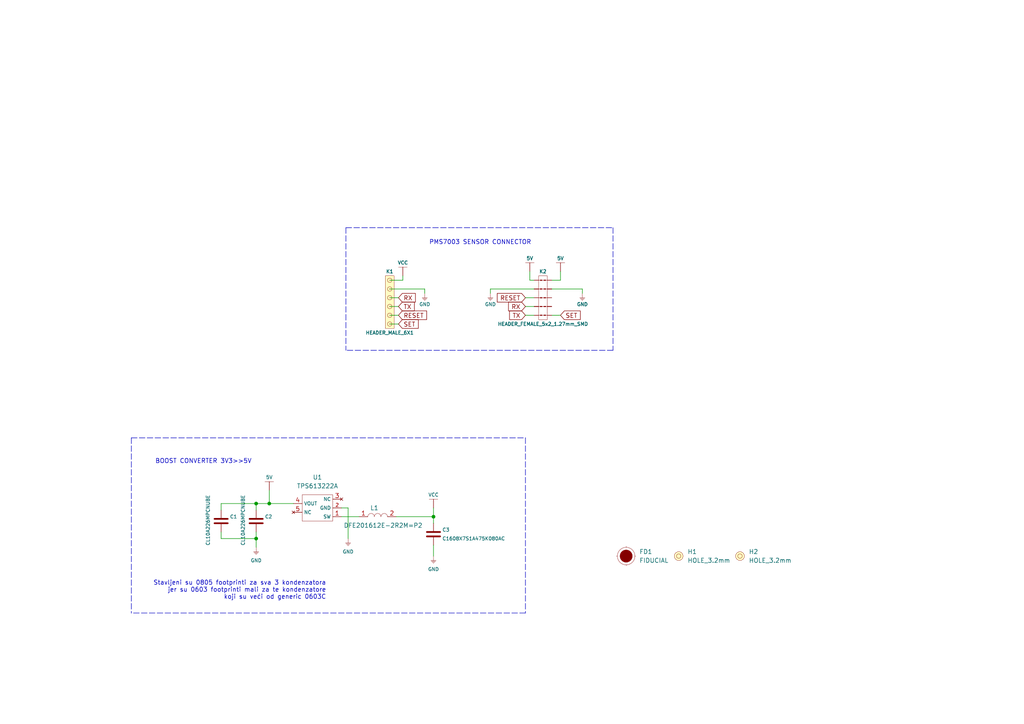
<source format=kicad_sch>
(kicad_sch (version 20210621) (generator eeschema)

  (uuid 48b536c3-d1f1-4397-99d6-5d886d23cefc)

  (paper "A4")

  (lib_symbols
    (symbol "e-radionica.com schematics:0805C" (pin_numbers hide) (in_bom yes) (on_board yes)
      (property "Reference" "C" (id 0) (at -0.635 3.175 0)
        (effects (font (size 1 1)))
      )
      (property "Value" "0805C" (id 1) (at 0 -3.175 0)
        (effects (font (size 1 1)))
      )
      (property "Footprint" "e-radionica.com footprinti:0805C" (id 2) (at 0 0 0)
        (effects (font (size 1 1)) hide)
      )
      (property "Datasheet" "" (id 3) (at 0 0 0)
        (effects (font (size 1 1)) hide)
      )
      (symbol "0805C_0_1"
        (polyline
          (pts
            (xy -0.635 1.905)
            (xy -0.635 -1.905)
          )
          (stroke (width 0.5)) (fill (type none))
        )
        (polyline
          (pts
            (xy 0.635 1.905)
            (xy 0.635 -1.905)
          )
          (stroke (width 0.5)) (fill (type none))
        )
      )
      (symbol "0805C_1_1"
        (pin passive line (at -3.175 0 0) (length 2.54)
          (name "~" (effects (font (size 1.27 1.27))))
          (number "1" (effects (font (size 1.27 1.27))))
        )
        (pin passive line (at 3.175 0 180) (length 2.54)
          (name "~" (effects (font (size 1.27 1.27))))
          (number "2" (effects (font (size 1.27 1.27))))
        )
      )
    )
    (symbol "e-radionica.com schematics:0806L" (in_bom yes) (on_board yes)
      (property "Reference" "L" (id 0) (at 0 1.905 0)
        (effects (font (size 1.27 1.27)))
      )
      (property "Value" "0806L" (id 1) (at 0 -1.27 0)
        (effects (font (size 1.27 1.27)))
      )
      (property "Footprint" "e-radionica.com footprinti:0806L" (id 2) (at 0 -2.54 0)
        (effects (font (size 1.27 1.27)) hide)
      )
      (property "Datasheet" "" (id 3) (at 0 -1.27 0)
        (effects (font (size 1.27 1.27)) hide)
      )
      (symbol "0806L_0_1"
        (arc (start -3.175 0) (end -1.27 0) (radius (at -2.2225 -0.0138) (length 0.9526) (angles 179.2 0.8))
          (stroke (width 0.0006)) (fill (type none))
        )
        (arc (start -1.27 0) (end 0.635 0) (radius (at -0.3175 -0.0138) (length 0.9526) (angles 179.2 0.8))
          (stroke (width 0.0006)) (fill (type none))
        )
        (arc (start 0.635 0) (end 2.54 0) (radius (at 1.5875 -0.0138) (length 0.9526) (angles 179.2 0.8))
          (stroke (width 0.0006)) (fill (type none))
        )
      )
      (symbol "0806L_1_1"
        (pin passive line (at -5.715 0 0) (length 2.54)
          (name "" (effects (font (size 1.27 1.27))))
          (number "1" (effects (font (size 1.27 1.27))))
        )
        (pin passive line (at 5.08 0 180) (length 2.54)
          (name "" (effects (font (size 1.27 1.27))))
          (number "2" (effects (font (size 1.27 1.27))))
        )
      )
    )
    (symbol "e-radionica.com schematics:5V" (power) (pin_names (offset 0)) (in_bom yes) (on_board yes)
      (property "Reference" "#PWR" (id 0) (at 4.445 0 0)
        (effects (font (size 1 1)) hide)
      )
      (property "Value" "5V" (id 1) (at 0 3.556 0)
        (effects (font (size 1 1)))
      )
      (property "Footprint" "" (id 2) (at 4.445 3.81 0)
        (effects (font (size 1 1)) hide)
      )
      (property "Datasheet" "" (id 3) (at 4.445 3.81 0)
        (effects (font (size 1 1)) hide)
      )
      (property "ki_keywords" "power-flag" (id 4) (at 0 0 0)
        (effects (font (size 1.27 1.27)) hide)
      )
      (property "ki_description" "Power symbol creates a global label with name \"5V\"" (id 5) (at 0 0 0)
        (effects (font (size 1.27 1.27)) hide)
      )
      (symbol "5V_0_1"
        (polyline
          (pts
            (xy -1.27 2.54)
            (xy 1.27 2.54)
          )
          (stroke (width 0.0006)) (fill (type none))
        )
        (polyline
          (pts
            (xy 0 0)
            (xy 0 2.54)
          )
          (stroke (width 0)) (fill (type none))
        )
      )
      (symbol "5V_1_1"
        (pin power_in line (at 0 0 90) (length 0) hide
          (name "5V" (effects (font (size 1.27 1.27))))
          (number "1" (effects (font (size 1.27 1.27))))
        )
      )
    )
    (symbol "e-radionica.com schematics:FIDUCIAL" (in_bom no) (on_board yes)
      (property "Reference" "FD" (id 0) (at 0 3.81 0)
        (effects (font (size 1.27 1.27)))
      )
      (property "Value" "FIDUCIAL" (id 1) (at 0 -3.81 0)
        (effects (font (size 1.27 1.27)))
      )
      (property "Footprint" "e-radionica.com footprinti:FIDUCIAL_23" (id 2) (at 0.254 -5.334 0)
        (effects (font (size 1.27 1.27)) hide)
      )
      (property "Datasheet" "" (id 3) (at 0 0 0)
        (effects (font (size 1.27 1.27)) hide)
      )
      (symbol "FIDUCIAL_0_1"
        (circle (center 0 0) (radius 2.54) (stroke (width 0.0006)) (fill (type none)))
        (circle (center 0 0) (radius 1.7961) (stroke (width 0.001)) (fill (type outline)))
        (polyline
          (pts
            (xy -2.54 0)
            (xy -2.794 0)
          )
          (stroke (width 0.0006)) (fill (type none))
        )
        (polyline
          (pts
            (xy 0 -2.54)
            (xy 0 -2.794)
          )
          (stroke (width 0.0006)) (fill (type none))
        )
        (polyline
          (pts
            (xy 0 2.54)
            (xy 0 2.794)
          )
          (stroke (width 0.0006)) (fill (type none))
        )
        (polyline
          (pts
            (xy 2.54 0)
            (xy 2.794 0)
          )
          (stroke (width 0.0006)) (fill (type none))
        )
      )
    )
    (symbol "e-radionica.com schematics:GND" (power) (pin_names (offset 0)) (in_bom yes) (on_board yes)
      (property "Reference" "#PWR" (id 0) (at 4.445 0 0)
        (effects (font (size 1 1)) hide)
      )
      (property "Value" "GND" (id 1) (at 0 -2.921 0)
        (effects (font (size 1 1)))
      )
      (property "Footprint" "" (id 2) (at 4.445 3.81 0)
        (effects (font (size 1 1)) hide)
      )
      (property "Datasheet" "" (id 3) (at 4.445 3.81 0)
        (effects (font (size 1 1)) hide)
      )
      (property "ki_keywords" "power-flag" (id 4) (at 0 0 0)
        (effects (font (size 1.27 1.27)) hide)
      )
      (property "ki_description" "Power symbol creates a global label with name \"GND\"" (id 5) (at 0 0 0)
        (effects (font (size 1.27 1.27)) hide)
      )
      (symbol "GND_0_1"
        (polyline
          (pts
            (xy -0.762 -1.27)
            (xy 0.762 -1.27)
          )
          (stroke (width 0.0006)) (fill (type none))
        )
        (polyline
          (pts
            (xy -0.635 -1.524)
            (xy 0.635 -1.524)
          )
          (stroke (width 0.0006)) (fill (type none))
        )
        (polyline
          (pts
            (xy -0.381 -1.778)
            (xy 0.381 -1.778)
          )
          (stroke (width 0.0006)) (fill (type none))
        )
        (polyline
          (pts
            (xy -0.127 -2.032)
            (xy 0.127 -2.032)
          )
          (stroke (width 0.0006)) (fill (type none))
        )
        (polyline
          (pts
            (xy 0 0)
            (xy 0 -1.27)
          )
          (stroke (width 0.0006)) (fill (type none))
        )
      )
      (symbol "GND_1_1"
        (pin power_in line (at 0 0 270) (length 0) hide
          (name "GND" (effects (font (size 1.27 1.27))))
          (number "1" (effects (font (size 1.27 1.27))))
        )
      )
    )
    (symbol "e-radionica.com schematics:HEADER_FEMALE_5x2_1.27mm_SMD" (pin_numbers hide) (pin_names hide) (in_bom yes) (on_board yes)
      (property "Reference" "K" (id 0) (at 0 7.62 0)
        (effects (font (size 1 1)))
      )
      (property "Value" "HEADER_FEMALE_5x2_1.27mm_SMD" (id 1) (at 0 -7.62 0)
        (effects (font (size 1 1)))
      )
      (property "Footprint" "e-radionica.com footprinti:HEADER_FEMALE_5x2_1.27mm_SMD" (id 2) (at 0 -8.89 0)
        (effects (font (size 1 1)) hide)
      )
      (property "Datasheet" "" (id 3) (at 2.54 -2.54 0)
        (effects (font (size 1 1)) hide)
      )
      (property "ki_keywords" "PMS7003 header 1.27mm SMD" (id 4) (at 0 0 0)
        (effects (font (size 1.27 1.27)) hide)
      )
      (property "ki_description" "Header 1.27mm 5x2 SMD" (id 5) (at 0 0 0)
        (effects (font (size 1.27 1.27)) hide)
      )
      (symbol "HEADER_FEMALE_5x2_1.27mm_SMD_0_1"
        (rectangle (start -1.27 6.35) (end 1.27 -6.35)
          (stroke (width 0.0006)) (fill (type none))
        )
        (polyline
          (pts
            (xy -1.27 -5.08)
            (xy -0.635 -5.08)
          )
          (stroke (width 0.0006)) (fill (type none))
        )
        (polyline
          (pts
            (xy -1.27 -2.54)
            (xy -0.635 -2.54)
          )
          (stroke (width 0.0006)) (fill (type none))
        )
        (polyline
          (pts
            (xy -1.27 0)
            (xy -0.635 0)
          )
          (stroke (width 0.0006)) (fill (type none))
        )
        (polyline
          (pts
            (xy -1.27 2.54)
            (xy -0.635 2.54)
          )
          (stroke (width 0.0006)) (fill (type none))
        )
        (polyline
          (pts
            (xy -1.27 5.08)
            (xy -0.635 5.08)
          )
          (stroke (width 0.0006)) (fill (type none))
        )
        (polyline
          (pts
            (xy -0.762 -5.08)
            (xy -0.254 -5.08)
          )
          (stroke (width 0.3)) (fill (type none))
        )
        (polyline
          (pts
            (xy -0.762 -2.54)
            (xy -0.254 -2.54)
          )
          (stroke (width 0.3)) (fill (type none))
        )
        (polyline
          (pts
            (xy -0.762 0)
            (xy -0.254 0)
          )
          (stroke (width 0.3)) (fill (type none))
        )
        (polyline
          (pts
            (xy -0.762 2.54)
            (xy -0.254 2.54)
          )
          (stroke (width 0.3)) (fill (type none))
        )
        (polyline
          (pts
            (xy -0.762 5.08)
            (xy -0.254 5.08)
          )
          (stroke (width 0.3)) (fill (type none))
        )
        (polyline
          (pts
            (xy 0.254 -5.08)
            (xy 0.762 -5.08)
          )
          (stroke (width 0.3)) (fill (type none))
        )
        (polyline
          (pts
            (xy 0.254 -2.54)
            (xy 0.762 -2.54)
          )
          (stroke (width 0.3)) (fill (type none))
        )
        (polyline
          (pts
            (xy 0.254 0)
            (xy 0.762 0)
          )
          (stroke (width 0.3)) (fill (type none))
        )
        (polyline
          (pts
            (xy 0.254 2.54)
            (xy 0.762 2.54)
          )
          (stroke (width 0.3)) (fill (type none))
        )
        (polyline
          (pts
            (xy 0.254 5.08)
            (xy 0.762 5.08)
          )
          (stroke (width 0.3)) (fill (type none))
        )
        (polyline
          (pts
            (xy 1.27 -5.08)
            (xy 0.635 -5.08)
          )
          (stroke (width 0.0006)) (fill (type none))
        )
        (polyline
          (pts
            (xy 1.27 -2.54)
            (xy 0.635 -2.54)
          )
          (stroke (width 0.0006)) (fill (type none))
        )
        (polyline
          (pts
            (xy 1.27 0)
            (xy 0.635 0)
          )
          (stroke (width 0.0006)) (fill (type none))
        )
        (polyline
          (pts
            (xy 1.27 2.54)
            (xy 0.635 2.54)
          )
          (stroke (width 0.0006)) (fill (type none))
        )
        (polyline
          (pts
            (xy 1.27 5.08)
            (xy 0.635 5.08)
          )
          (stroke (width 0.0006)) (fill (type none))
        )
      )
      (symbol "HEADER_FEMALE_5x2_1.27mm_SMD_1_1"
        (pin passive line (at -2.54 5.08 0) (length 1.27)
          (name "~" (effects (font (size 1 1))))
          (number "1" (effects (font (size 1 1))))
        )
        (pin passive line (at 2.54 5.08 180) (length 1.27)
          (name "~" (effects (font (size 1 1))))
          (number "10" (effects (font (size 1 1))))
        )
        (pin passive line (at -2.54 2.54 0) (length 1.27)
          (name "~" (effects (font (size 1 1))))
          (number "2" (effects (font (size 1 1))))
        )
        (pin passive line (at -2.54 0 0) (length 1.27)
          (name "~" (effects (font (size 1 1))))
          (number "3" (effects (font (size 1 1))))
        )
        (pin passive line (at -2.54 -2.54 0) (length 1.27)
          (name "~" (effects (font (size 1 1))))
          (number "4" (effects (font (size 1 1))))
        )
        (pin passive line (at -2.54 -5.08 0) (length 1.27)
          (name "~" (effects (font (size 1 1))))
          (number "5" (effects (font (size 1 1))))
        )
        (pin passive line (at 2.54 -5.08 180) (length 1.27)
          (name "~" (effects (font (size 1 1))))
          (number "6" (effects (font (size 1 1))))
        )
        (pin passive line (at 2.54 -2.54 180) (length 1.27)
          (name "~" (effects (font (size 1 1))))
          (number "7" (effects (font (size 1 1))))
        )
        (pin passive line (at 2.54 0 180) (length 1.27)
          (name "~" (effects (font (size 1 1))))
          (number "8" (effects (font (size 1 1))))
        )
        (pin passive line (at 2.54 2.54 180) (length 1.27)
          (name "~" (effects (font (size 1 1))))
          (number "9" (effects (font (size 1 1))))
        )
      )
    )
    (symbol "e-radionica.com schematics:HEADER_MALE_6X1" (pin_numbers hide) (pin_names hide) (in_bom yes) (on_board yes)
      (property "Reference" "K" (id 0) (at -0.635 10.16 0)
        (effects (font (size 1 1)))
      )
      (property "Value" "HEADER_MALE_6X1" (id 1) (at 1.27 -7.62 0)
        (effects (font (size 1 1)))
      )
      (property "Footprint" "e-radionica.com footprinti:HEADER_MALE_6X1" (id 2) (at 0 0 0)
        (effects (font (size 1 1)) hide)
      )
      (property "Datasheet" "" (id 3) (at 0 0 0)
        (effects (font (size 1 1)) hide)
      )
      (symbol "HEADER_MALE_6X1_0_1"
        (circle (center 0 -5.08) (radius 0.635) (stroke (width 0.0006)) (fill (type none)))
        (circle (center 0 -2.54) (radius 0.635) (stroke (width 0.0006)) (fill (type none)))
        (circle (center 0 0) (radius 0.635) (stroke (width 0.0006)) (fill (type none)))
        (circle (center 0 2.54) (radius 0.635) (stroke (width 0.0006)) (fill (type none)))
        (circle (center 0 5.08) (radius 0.635) (stroke (width 0.0006)) (fill (type none)))
        (circle (center 0 7.62) (radius 0.635) (stroke (width 0.0006)) (fill (type none)))
        (rectangle (start 1.27 -6.35) (end -1.27 8.89)
          (stroke (width 0.001)) (fill (type background))
        )
      )
      (symbol "HEADER_MALE_6X1_1_1"
        (pin passive line (at 0 -5.08 180) (length 0)
          (name "~" (effects (font (size 0.991 0.991))))
          (number "1" (effects (font (size 0.991 0.991))))
        )
        (pin passive line (at 0 -2.54 180) (length 0)
          (name "~" (effects (font (size 0.991 0.991))))
          (number "2" (effects (font (size 0.991 0.991))))
        )
        (pin passive line (at 0 0 180) (length 0)
          (name "~" (effects (font (size 0.991 0.991))))
          (number "3" (effects (font (size 0.991 0.991))))
        )
        (pin passive line (at 0 2.54 180) (length 0)
          (name "~" (effects (font (size 0.991 0.991))))
          (number "4" (effects (font (size 0.991 0.991))))
        )
        (pin passive line (at 0 5.08 180) (length 0)
          (name "~" (effects (font (size 0.991 0.991))))
          (number "5" (effects (font (size 0.991 0.991))))
        )
        (pin passive line (at 0 7.62 180) (length 0)
          (name "~" (effects (font (size 0.991 0.991))))
          (number "6" (effects (font (size 0.991 0.991))))
        )
      )
    )
    (symbol "e-radionica.com schematics:HOLE_3.2mm" (pin_numbers hide) (pin_names hide) (in_bom yes) (on_board yes)
      (property "Reference" "H" (id 0) (at 0 2.54 0)
        (effects (font (size 1.27 1.27)))
      )
      (property "Value" "HOLE_3.2mm" (id 1) (at 0 -2.54 0)
        (effects (font (size 1.27 1.27)))
      )
      (property "Footprint" "e-radionica.com footprinti:HOLE_3.2mm" (id 2) (at 0 0 0)
        (effects (font (size 1.27 1.27)) hide)
      )
      (property "Datasheet" "" (id 3) (at 0 0 0)
        (effects (font (size 1.27 1.27)) hide)
      )
      (symbol "HOLE_3.2mm_0_1"
        (circle (center 0 0) (radius 0.635) (stroke (width 0.0006)) (fill (type none)))
        (circle (center 0 0) (radius 1.27) (stroke (width 0.001)) (fill (type background)))
      )
    )
    (symbol "e-radionica.com schematics:TPS613222A" (in_bom yes) (on_board yes)
      (property "Reference" "U" (id 0) (at 0 5.08 0)
        (effects (font (size 1.27 1.27)))
      )
      (property "Value" "TPS613222A" (id 1) (at 0 -5.08 0)
        (effects (font (size 1.27 1.27)))
      )
      (property "Footprint" "e-radionica.com footprinti:tps613222a" (id 2) (at -0.635 0 0)
        (effects (font (size 1.27 1.27)) hide)
      )
      (property "Datasheet" "" (id 3) (at -0.635 0 0)
        (effects (font (size 1.27 1.27)) hide)
      )
      (symbol "TPS613222A_0_1"
        (rectangle (start -4.445 3.81) (end 4.445 -3.81)
          (stroke (width 0.0006)) (fill (type none))
        )
      )
      (symbol "TPS613222A_1_1"
        (pin passive line (at 6.985 -2.54 180) (length 2.54)
          (name "SW" (effects (font (size 1 1))))
          (number "1" (effects (font (size 1.27 1.27))))
        )
        (pin passive line (at 6.985 0 180) (length 2.54)
          (name "GND" (effects (font (size 1 1))))
          (number "2" (effects (font (size 1 1))))
        )
        (pin no_connect line (at 6.985 2.54 180) (length 2.54)
          (name "NC" (effects (font (size 1 1))))
          (number "3" (effects (font (size 1.27 1.27))))
        )
        (pin passive line (at -6.985 1.27 0) (length 2.54)
          (name "VOUT" (effects (font (size 1 1))))
          (number "4" (effects (font (size 1.27 1.27))))
        )
        (pin no_connect line (at -6.985 -1.27 0) (length 2.54)
          (name "NC" (effects (font (size 1 1))))
          (number "5" (effects (font (size 1.27 1.27))))
        )
      )
    )
    (symbol "e-radionica.com schematics:VCC" (power) (pin_names (offset 0)) (in_bom yes) (on_board yes)
      (property "Reference" "#PWR" (id 0) (at 4.445 0 0)
        (effects (font (size 1 1)) hide)
      )
      (property "Value" "VCC" (id 1) (at 0 3.556 0)
        (effects (font (size 1 1)))
      )
      (property "Footprint" "" (id 2) (at 4.445 3.81 0)
        (effects (font (size 1 1)) hide)
      )
      (property "Datasheet" "" (id 3) (at 4.445 3.81 0)
        (effects (font (size 1 1)) hide)
      )
      (property "ki_keywords" "power-flag" (id 4) (at 0 0 0)
        (effects (font (size 1.27 1.27)) hide)
      )
      (property "ki_description" "Power symbol creates a global label with name \"VCC\"" (id 5) (at 0 0 0)
        (effects (font (size 1.27 1.27)) hide)
      )
      (symbol "VCC_0_1"
        (polyline
          (pts
            (xy -1.27 2.54)
            (xy 1.27 2.54)
          )
          (stroke (width 0.0006)) (fill (type none))
        )
        (polyline
          (pts
            (xy 0 0)
            (xy 0 2.54)
          )
          (stroke (width 0)) (fill (type none))
        )
      )
      (symbol "VCC_1_1"
        (pin power_in line (at 0 0 90) (length 0) hide
          (name "VCC" (effects (font (size 1.27 1.27))))
          (number "1" (effects (font (size 1.27 1.27))))
        )
      )
    )
  )

  (junction (at 74.295 146.05) (diameter 0.9144) (color 0 0 0 0))
  (junction (at 74.295 156.21) (diameter 0.9144) (color 0 0 0 0))
  (junction (at 78.105 146.05) (diameter 0.9144) (color 0 0 0 0))
  (junction (at 125.73 149.86) (diameter 0.9144) (color 0 0 0 0))

  (wire (pts (xy 64.135 146.05) (xy 74.295 146.05))
    (stroke (width 0) (type solid) (color 0 0 0 0))
    (uuid 99e77998-5865-4d56-a2c3-62d8e76b6365)
  )
  (wire (pts (xy 64.135 147.955) (xy 64.135 146.05))
    (stroke (width 0) (type solid) (color 0 0 0 0))
    (uuid a388c01f-1a21-4d36-b2c7-aefa3eaea249)
  )
  (wire (pts (xy 64.135 154.305) (xy 64.135 156.21))
    (stroke (width 0) (type solid) (color 0 0 0 0))
    (uuid e9fe4680-316c-48cf-933a-76d887fa430b)
  )
  (wire (pts (xy 64.135 156.21) (xy 74.295 156.21))
    (stroke (width 0) (type solid) (color 0 0 0 0))
    (uuid e76d32a8-3e08-4154-b58c-778bfe121a40)
  )
  (wire (pts (xy 74.295 146.05) (xy 78.105 146.05))
    (stroke (width 0) (type solid) (color 0 0 0 0))
    (uuid ea9ee23c-1b06-444a-bae0-6efa20fa65ec)
  )
  (wire (pts (xy 74.295 147.955) (xy 74.295 146.05))
    (stroke (width 0) (type solid) (color 0 0 0 0))
    (uuid fce26a8e-fff1-4344-a160-8b0d20e355c9)
  )
  (wire (pts (xy 74.295 154.305) (xy 74.295 156.21))
    (stroke (width 0) (type solid) (color 0 0 0 0))
    (uuid ddae976f-bceb-4e3b-af8f-69c19db8cb5e)
  )
  (wire (pts (xy 74.295 156.21) (xy 74.295 158.75))
    (stroke (width 0) (type solid) (color 0 0 0 0))
    (uuid 77516979-852d-4886-8772-1e0e75cf0634)
  )
  (wire (pts (xy 78.105 146.05) (xy 78.105 142.24))
    (stroke (width 0) (type solid) (color 0 0 0 0))
    (uuid 9cd3b3fa-f200-4b46-87ed-2b24b5917dcd)
  )
  (wire (pts (xy 78.105 146.05) (xy 85.09 146.05))
    (stroke (width 0) (type solid) (color 0 0 0 0))
    (uuid feb1cbd6-0a1b-4cdf-867c-6c3b26df4b18)
  )
  (wire (pts (xy 99.06 147.32) (xy 100.965 147.32))
    (stroke (width 0) (type solid) (color 0 0 0 0))
    (uuid f2c7ffb7-a8d9-4c58-897f-dd401e736944)
  )
  (wire (pts (xy 99.06 149.86) (xy 104.14 149.86))
    (stroke (width 0) (type solid) (color 0 0 0 0))
    (uuid 30409ece-169b-45e2-bac8-caec841c87cb)
  )
  (wire (pts (xy 100.965 147.32) (xy 100.965 156.21))
    (stroke (width 0) (type solid) (color 0 0 0 0))
    (uuid 594597dc-7b69-4504-847f-955028b21143)
  )
  (wire (pts (xy 113.03 81.28) (xy 116.84 81.28))
    (stroke (width 0) (type solid) (color 0 0 0 0))
    (uuid deb4bfb9-6234-454c-9ad7-ea0e30bb955c)
  )
  (wire (pts (xy 113.03 83.82) (xy 123.19 83.82))
    (stroke (width 0) (type solid) (color 0 0 0 0))
    (uuid 9f0ce021-f31a-40b4-8102-a0ded0a8fbbe)
  )
  (wire (pts (xy 113.03 86.36) (xy 115.57 86.36))
    (stroke (width 0) (type solid) (color 0 0 0 0))
    (uuid 8f7f879f-0a6c-4eab-a65a-aadd866c07db)
  )
  (wire (pts (xy 113.03 88.9) (xy 115.57 88.9))
    (stroke (width 0) (type solid) (color 0 0 0 0))
    (uuid a2b014d9-bf7f-4635-988e-86a163d2a388)
  )
  (wire (pts (xy 113.03 91.44) (xy 115.57 91.44))
    (stroke (width 0) (type solid) (color 0 0 0 0))
    (uuid 3fef6867-54cc-4868-a255-a60b076080b7)
  )
  (wire (pts (xy 113.03 93.98) (xy 115.57 93.98))
    (stroke (width 0) (type solid) (color 0 0 0 0))
    (uuid e8747710-3e29-4fb2-877a-5281ac024d28)
  )
  (wire (pts (xy 114.935 149.86) (xy 125.73 149.86))
    (stroke (width 0) (type solid) (color 0 0 0 0))
    (uuid ad1cb4a9-343f-4319-9034-11ec0355619e)
  )
  (wire (pts (xy 116.84 81.28) (xy 116.84 80.01))
    (stroke (width 0) (type solid) (color 0 0 0 0))
    (uuid deb4bfb9-6234-454c-9ad7-ea0e30bb955c)
  )
  (wire (pts (xy 123.19 83.82) (xy 123.19 85.09))
    (stroke (width 0) (type solid) (color 0 0 0 0))
    (uuid 9f0ce021-f31a-40b4-8102-a0ded0a8fbbe)
  )
  (wire (pts (xy 125.73 147.32) (xy 125.73 149.86))
    (stroke (width 0) (type solid) (color 0 0 0 0))
    (uuid 67de7aee-94ce-4059-b3ad-77f61cc8b0a4)
  )
  (wire (pts (xy 125.73 149.86) (xy 125.73 151.765))
    (stroke (width 0) (type solid) (color 0 0 0 0))
    (uuid 67de7aee-94ce-4059-b3ad-77f61cc8b0a4)
  )
  (wire (pts (xy 125.73 158.115) (xy 125.73 161.29))
    (stroke (width 0) (type solid) (color 0 0 0 0))
    (uuid e28aec6e-ad6a-4ce7-a7fe-2d20cbc9f6de)
  )
  (wire (pts (xy 142.24 83.82) (xy 142.24 85.09))
    (stroke (width 0) (type solid) (color 0 0 0 0))
    (uuid 2b35c7b9-4199-44ee-8e60-9989f672b4d7)
  )
  (wire (pts (xy 142.24 83.82) (xy 154.94 83.82))
    (stroke (width 0) (type solid) (color 0 0 0 0))
    (uuid 2786e737-4284-49c1-9766-da90d19da2c8)
  )
  (wire (pts (xy 152.4 86.36) (xy 154.94 86.36))
    (stroke (width 0) (type solid) (color 0 0 0 0))
    (uuid 7eec782e-d9c7-48c5-8ae9-74031eb31b9e)
  )
  (wire (pts (xy 152.4 88.9) (xy 154.94 88.9))
    (stroke (width 0) (type solid) (color 0 0 0 0))
    (uuid c2b3753f-f987-4fcf-9c21-f6d5a3cc48aa)
  )
  (wire (pts (xy 152.4 91.44) (xy 154.94 91.44))
    (stroke (width 0) (type solid) (color 0 0 0 0))
    (uuid 98ddde94-e310-4487-b5de-3b39275e0009)
  )
  (wire (pts (xy 153.67 78.74) (xy 153.67 81.28))
    (stroke (width 0) (type solid) (color 0 0 0 0))
    (uuid f45f6429-422b-4eb3-ac57-319adfd8b1d3)
  )
  (wire (pts (xy 153.67 81.28) (xy 154.94 81.28))
    (stroke (width 0) (type solid) (color 0 0 0 0))
    (uuid f45f6429-422b-4eb3-ac57-319adfd8b1d3)
  )
  (wire (pts (xy 160.02 81.28) (xy 162.56 81.28))
    (stroke (width 0) (type solid) (color 0 0 0 0))
    (uuid 1402a554-1038-4a02-9182-5bf374cf74b2)
  )
  (wire (pts (xy 160.02 83.82) (xy 168.91 83.82))
    (stroke (width 0) (type solid) (color 0 0 0 0))
    (uuid 7afb5bfd-d5f1-4de6-a735-a560732417ee)
  )
  (wire (pts (xy 160.02 91.44) (xy 162.56 91.44))
    (stroke (width 0) (type solid) (color 0 0 0 0))
    (uuid 6729467e-9b9e-4808-8027-f3a9c2a65399)
  )
  (wire (pts (xy 162.56 81.28) (xy 162.56 78.74))
    (stroke (width 0) (type solid) (color 0 0 0 0))
    (uuid 1402a554-1038-4a02-9182-5bf374cf74b2)
  )
  (wire (pts (xy 168.91 83.82) (xy 168.91 85.09))
    (stroke (width 0) (type solid) (color 0 0 0 0))
    (uuid 7afb5bfd-d5f1-4de6-a735-a560732417ee)
  )
  (polyline (pts (xy 38.1 127) (xy 38.1 177.8))
    (stroke (width 0) (type dash) (color 0 0 0 0))
    (uuid 304b0a24-e9d7-4fac-a31b-45cadd06e69c)
  )
  (polyline (pts (xy 38.1 127) (xy 152.4 127))
    (stroke (width 0) (type dash) (color 0 0 0 0))
    (uuid 304b0a24-e9d7-4fac-a31b-45cadd06e69c)
  )
  (polyline (pts (xy 100.33 66.04) (xy 100.33 101.6))
    (stroke (width 0) (type dash) (color 0 0 0 0))
    (uuid 6a24de8e-bc4c-4925-8346-d5292a528697)
  )
  (polyline (pts (xy 100.33 66.04) (xy 177.8 66.04))
    (stroke (width 0) (type dash) (color 0 0 0 0))
    (uuid 6a24de8e-bc4c-4925-8346-d5292a528697)
  )
  (polyline (pts (xy 152.4 127) (xy 152.4 177.8))
    (stroke (width 0) (type dash) (color 0 0 0 0))
    (uuid 304b0a24-e9d7-4fac-a31b-45cadd06e69c)
  )
  (polyline (pts (xy 152.4 177.8) (xy 38.1 177.8))
    (stroke (width 0) (type dash) (color 0 0 0 0))
    (uuid 304b0a24-e9d7-4fac-a31b-45cadd06e69c)
  )
  (polyline (pts (xy 177.8 66.04) (xy 177.8 101.6))
    (stroke (width 0) (type dash) (color 0 0 0 0))
    (uuid 6a24de8e-bc4c-4925-8346-d5292a528697)
  )
  (polyline (pts (xy 177.8 101.6) (xy 100.33 101.6))
    (stroke (width 0) (type dash) (color 0 0 0 0))
    (uuid 6a24de8e-bc4c-4925-8346-d5292a528697)
  )

  (text "BOOST CONVERTER 3V3>>5V" (at 73.025 134.62 180)
    (effects (font (size 1.27 1.27)) (justify right bottom))
    (uuid 4db52b53-2216-47de-8aa0-413c42ffa177)
  )
  (text "Stavljeni su 0805 footprinti za sva 3 kondenzatora\njer su 0603 footprinti mali za te kondenzatore\nkoji su veći od generic 0603C\n"
    (at 94.615 173.99 0)
    (effects (font (size 1.27 1.27)) (justify right bottom))
    (uuid eda051ee-5a42-408d-b3c8-1a0e46d5ff1d)
  )
  (text "PMS7003 SENSOR CONNECTOR " (at 124.46 71.12 0)
    (effects (font (size 1.27 1.27)) (justify left bottom))
    (uuid 0fd87d54-d75f-4114-be08-57067497e74c)
  )

  (global_label "RX" (shape input) (at 115.57 86.36 0) (fields_autoplaced)
    (effects (font (size 1.27 1.27)) (justify left))
    (uuid 43ac4965-3d54-4e71-8224-0534ad5fcbee)
    (property "Intersheet References" "${INTERSHEET_REFS}" (id 0) (at 120.4626 86.4394 0)
      (effects (font (size 1.27 1.27)) (justify left) hide)
    )
  )
  (global_label "TX" (shape input) (at 115.57 88.9 0) (fields_autoplaced)
    (effects (font (size 1.27 1.27)) (justify left))
    (uuid 32dbd39d-91f7-4b2c-8fd8-e330b1f79051)
    (property "Intersheet References" "${INTERSHEET_REFS}" (id 0) (at 120.1602 88.9794 0)
      (effects (font (size 1.27 1.27)) (justify left) hide)
    )
  )
  (global_label "RESET" (shape input) (at 115.57 91.44 0) (fields_autoplaced)
    (effects (font (size 1.27 1.27)) (justify left))
    (uuid 286b3d1f-aa1f-4225-8c00-b53d05392ae8)
    (property "Intersheet References" "${INTERSHEET_REFS}" (id 0) (at 123.7283 91.5194 0)
      (effects (font (size 1.27 1.27)) (justify left) hide)
    )
  )
  (global_label "SET" (shape input) (at 115.57 93.98 0) (fields_autoplaced)
    (effects (font (size 1.27 1.27)) (justify left))
    (uuid 30dc6c5a-5379-4d2d-a21d-d04490e849f2)
    (property "Intersheet References" "${INTERSHEET_REFS}" (id 0) (at 121.3093 93.9006 0)
      (effects (font (size 1.27 1.27)) (justify left) hide)
    )
  )
  (global_label "RESET" (shape input) (at 152.4 86.36 180) (fields_autoplaced)
    (effects (font (size 1.27 1.27)) (justify right))
    (uuid a4c735a5-772e-4612-ad27-d9f0c8b6ec41)
    (property "Intersheet References" "${INTERSHEET_REFS}" (id 0) (at 144.2417 86.2806 0)
      (effects (font (size 1.27 1.27)) (justify right) hide)
    )
  )
  (global_label "RX" (shape input) (at 152.4 88.9 180) (fields_autoplaced)
    (effects (font (size 1.27 1.27)) (justify right))
    (uuid 412d1d1d-6fc5-4181-b650-a80ed25283c0)
    (property "Intersheet References" "${INTERSHEET_REFS}" (id 0) (at 147.5074 88.8206 0)
      (effects (font (size 1.27 1.27)) (justify right) hide)
    )
  )
  (global_label "TX" (shape input) (at 152.4 91.44 180) (fields_autoplaced)
    (effects (font (size 1.27 1.27)) (justify right))
    (uuid b417ad22-d608-443b-b1f5-9cdaa4a19b1b)
    (property "Intersheet References" "${INTERSHEET_REFS}" (id 0) (at 147.8098 91.3606 0)
      (effects (font (size 1.27 1.27)) (justify right) hide)
    )
  )
  (global_label "SET" (shape input) (at 162.56 91.44 0) (fields_autoplaced)
    (effects (font (size 1.27 1.27)) (justify left))
    (uuid fe443804-1060-4f82-ba2c-0331d09a3253)
    (property "Intersheet References" "${INTERSHEET_REFS}" (id 0) (at 168.2993 91.3606 0)
      (effects (font (size 1.27 1.27)) (justify left) hide)
    )
  )

  (symbol (lib_id "e-radionica.com schematics:GND") (at 74.295 158.75 0) (unit 1)
    (in_bom yes) (on_board yes)
    (uuid 0c0d00c0-ac33-4a4b-a022-50e0865e0d00)
    (property "Reference" "#PWR01" (id 0) (at 78.74 158.75 0)
      (effects (font (size 1 1)) hide)
    )
    (property "Value" "GND" (id 1) (at 74.295 162.56 0)
      (effects (font (size 1 1)))
    )
    (property "Footprint" "" (id 2) (at 78.74 154.94 0)
      (effects (font (size 1 1)) hide)
    )
    (property "Datasheet" "" (id 3) (at 78.74 154.94 0)
      (effects (font (size 1 1)) hide)
    )
    (pin "1" (uuid a99f39bc-b2ef-421c-926d-48e1a7436571))
  )

  (symbol (lib_id "e-radionica.com schematics:GND") (at 100.965 156.21 0) (unit 1)
    (in_bom yes) (on_board yes)
    (uuid 0a9d5c2b-74a5-4bd4-bd58-a402bdbdb7a2)
    (property "Reference" "#PWR03" (id 0) (at 105.41 156.21 0)
      (effects (font (size 1 1)) hide)
    )
    (property "Value" "GND" (id 1) (at 100.965 160.02 0)
      (effects (font (size 1 1)))
    )
    (property "Footprint" "" (id 2) (at 105.41 152.4 0)
      (effects (font (size 1 1)) hide)
    )
    (property "Datasheet" "" (id 3) (at 105.41 152.4 0)
      (effects (font (size 1 1)) hide)
    )
    (pin "1" (uuid fc210c5b-8077-4951-b08b-754d13bdfa97))
  )

  (symbol (lib_id "e-radionica.com schematics:GND") (at 123.19 85.09 0) (unit 1)
    (in_bom yes) (on_board yes)
    (uuid 56c7f95f-415a-4288-8fd8-43ef87d90884)
    (property "Reference" "#PWR05" (id 0) (at 127.635 85.09 0)
      (effects (font (size 1 1)) hide)
    )
    (property "Value" "GND" (id 1) (at 123.19 88.265 0)
      (effects (font (size 1 1)))
    )
    (property "Footprint" "" (id 2) (at 127.635 81.28 0)
      (effects (font (size 1 1)) hide)
    )
    (property "Datasheet" "" (id 3) (at 127.635 81.28 0)
      (effects (font (size 1 1)) hide)
    )
    (pin "1" (uuid ad654ead-50c6-46d9-9ce6-f630eb90e3b3))
  )

  (symbol (lib_id "e-radionica.com schematics:GND") (at 125.73 161.29 0) (unit 1)
    (in_bom yes) (on_board yes)
    (uuid 4e8d05c1-243b-4484-ad26-50dfd34cb6aa)
    (property "Reference" "#PWR07" (id 0) (at 130.175 161.29 0)
      (effects (font (size 1 1)) hide)
    )
    (property "Value" "GND" (id 1) (at 125.73 165.1 0)
      (effects (font (size 1 1)))
    )
    (property "Footprint" "" (id 2) (at 130.175 157.48 0)
      (effects (font (size 1 1)) hide)
    )
    (property "Datasheet" "" (id 3) (at 130.175 157.48 0)
      (effects (font (size 1 1)) hide)
    )
    (pin "1" (uuid c7bfb83d-001b-45f1-a290-6b14cf9408d7))
  )

  (symbol (lib_id "e-radionica.com schematics:GND") (at 142.24 85.09 0) (unit 1)
    (in_bom yes) (on_board yes)
    (uuid 5e69932c-2c0a-4238-990b-2ad66c63d079)
    (property "Reference" "#PWR08" (id 0) (at 146.685 85.09 0)
      (effects (font (size 1 1)) hide)
    )
    (property "Value" "GND" (id 1) (at 142.24 88.265 0)
      (effects (font (size 1 1)))
    )
    (property "Footprint" "" (id 2) (at 146.685 81.28 0)
      (effects (font (size 1 1)) hide)
    )
    (property "Datasheet" "" (id 3) (at 146.685 81.28 0)
      (effects (font (size 1 1)) hide)
    )
    (pin "1" (uuid 4fef4df6-243d-4eba-9c97-16e6f5f5ede7))
  )

  (symbol (lib_id "e-radionica.com schematics:GND") (at 168.91 85.09 0) (unit 1)
    (in_bom yes) (on_board yes)
    (uuid b5c0ea74-e54c-4b9d-bc97-460427dc576c)
    (property "Reference" "#PWR011" (id 0) (at 173.355 85.09 0)
      (effects (font (size 1 1)) hide)
    )
    (property "Value" "GND" (id 1) (at 168.91 88.265 0)
      (effects (font (size 1 1)))
    )
    (property "Footprint" "" (id 2) (at 173.355 81.28 0)
      (effects (font (size 1 1)) hide)
    )
    (property "Datasheet" "" (id 3) (at 173.355 81.28 0)
      (effects (font (size 1 1)) hide)
    )
    (pin "1" (uuid 6ac913df-0493-4ae0-a884-0809b3e63f7b))
  )

  (symbol (lib_id "e-radionica.com schematics:HOLE_3.2mm") (at 196.85 161.29 0) (unit 1)
    (in_bom yes) (on_board yes) (fields_autoplaced)
    (uuid d1a5a219-6a19-4615-9f43-65c32c801924)
    (property "Reference" "H1" (id 0) (at 199.39 160.0199 0)
      (effects (font (size 1.27 1.27)) (justify left))
    )
    (property "Value" "HOLE_3.2mm" (id 1) (at 199.39 162.5599 0)
      (effects (font (size 1.27 1.27)) (justify left))
    )
    (property "Footprint" "e-radionica.com footprinti:HOLE_3.2mm" (id 2) (at 196.85 161.29 0)
      (effects (font (size 1.27 1.27)) hide)
    )
    (property "Datasheet" "" (id 3) (at 196.85 161.29 0)
      (effects (font (size 1.27 1.27)) hide)
    )
  )

  (symbol (lib_id "e-radionica.com schematics:HOLE_3.2mm") (at 214.63 161.29 0) (unit 1)
    (in_bom yes) (on_board yes) (fields_autoplaced)
    (uuid 0c818853-c76a-43b3-939a-0d37bb06ce45)
    (property "Reference" "H2" (id 0) (at 217.17 160.0199 0)
      (effects (font (size 1.27 1.27)) (justify left))
    )
    (property "Value" "HOLE_3.2mm" (id 1) (at 217.17 162.5599 0)
      (effects (font (size 1.27 1.27)) (justify left))
    )
    (property "Footprint" "e-radionica.com footprinti:HOLE_3.2mm" (id 2) (at 214.63 161.29 0)
      (effects (font (size 1.27 1.27)) hide)
    )
    (property "Datasheet" "" (id 3) (at 214.63 161.29 0)
      (effects (font (size 1.27 1.27)) hide)
    )
  )

  (symbol (lib_id "e-radionica.com schematics:5V") (at 78.105 142.24 0) (unit 1)
    (in_bom yes) (on_board yes)
    (uuid 426cfe29-e381-4d72-88f8-32d5ac0f7a95)
    (property "Reference" "#PWR02" (id 0) (at 82.55 142.24 0)
      (effects (font (size 1 1)) hide)
    )
    (property "Value" "5V" (id 1) (at 78.105 138.43 0)
      (effects (font (size 1 1)))
    )
    (property "Footprint" "" (id 2) (at 82.55 138.43 0)
      (effects (font (size 1 1)) hide)
    )
    (property "Datasheet" "" (id 3) (at 82.55 138.43 0)
      (effects (font (size 1 1)) hide)
    )
    (pin "1" (uuid 0feec74e-c2f5-4c83-bd0e-fe55f3f753e7))
  )

  (symbol (lib_id "e-radionica.com schematics:VCC") (at 116.84 80.01 0) (unit 1)
    (in_bom yes) (on_board yes) (fields_autoplaced)
    (uuid 9c9e0317-e6b1-4b2c-b9c7-94fed72e361a)
    (property "Reference" "#PWR04" (id 0) (at 121.285 80.01 0)
      (effects (font (size 1 1)) hide)
    )
    (property "Value" "VCC" (id 1) (at 116.84 76.2 0)
      (effects (font (size 1 1)))
    )
    (property "Footprint" "" (id 2) (at 121.285 76.2 0)
      (effects (font (size 1 1)) hide)
    )
    (property "Datasheet" "" (id 3) (at 121.285 76.2 0)
      (effects (font (size 1 1)) hide)
    )
    (pin "1" (uuid f0346a4f-3326-47b5-9a7e-873814eaad06))
  )

  (symbol (lib_id "e-radionica.com schematics:VCC") (at 125.73 147.32 0) (unit 1)
    (in_bom yes) (on_board yes) (fields_autoplaced)
    (uuid f3949d64-1673-47a3-aff3-6720077a6af0)
    (property "Reference" "#PWR06" (id 0) (at 130.175 147.32 0)
      (effects (font (size 1 1)) hide)
    )
    (property "Value" "VCC" (id 1) (at 125.73 143.51 0)
      (effects (font (size 1 1)))
    )
    (property "Footprint" "" (id 2) (at 130.175 143.51 0)
      (effects (font (size 1 1)) hide)
    )
    (property "Datasheet" "" (id 3) (at 130.175 143.51 0)
      (effects (font (size 1 1)) hide)
    )
    (pin "1" (uuid 39130cb0-7ab2-42eb-9e77-819fea4c5cd3))
  )

  (symbol (lib_id "e-radionica.com schematics:5V") (at 153.67 78.74 0) (unit 1)
    (in_bom yes) (on_board yes) (fields_autoplaced)
    (uuid aa276c8d-9044-4e3c-b862-3d2beae1ace8)
    (property "Reference" "#PWR09" (id 0) (at 158.115 78.74 0)
      (effects (font (size 1 1)) hide)
    )
    (property "Value" "5V" (id 1) (at 153.67 74.93 0)
      (effects (font (size 1 1)))
    )
    (property "Footprint" "" (id 2) (at 158.115 74.93 0)
      (effects (font (size 1 1)) hide)
    )
    (property "Datasheet" "" (id 3) (at 158.115 74.93 0)
      (effects (font (size 1 1)) hide)
    )
    (pin "1" (uuid e25fbe0f-e592-4362-ad0b-146a9fdee9f4))
  )

  (symbol (lib_id "e-radionica.com schematics:5V") (at 162.56 78.74 0) (unit 1)
    (in_bom yes) (on_board yes) (fields_autoplaced)
    (uuid 48b1dc62-c7d0-41e6-9610-8210f35de5c7)
    (property "Reference" "#PWR010" (id 0) (at 167.005 78.74 0)
      (effects (font (size 1 1)) hide)
    )
    (property "Value" "5V" (id 1) (at 162.56 74.93 0)
      (effects (font (size 1 1)))
    )
    (property "Footprint" "" (id 2) (at 167.005 74.93 0)
      (effects (font (size 1 1)) hide)
    )
    (property "Datasheet" "" (id 3) (at 167.005 74.93 0)
      (effects (font (size 1 1)) hide)
    )
    (pin "1" (uuid 429f34bc-1326-48e5-aadf-659656f27201))
  )

  (symbol (lib_id "e-radionica.com schematics:0806L") (at 109.855 149.86 0) (unit 1)
    (in_bom yes) (on_board yes)
    (uuid b0d486b8-cd16-41e0-a2ad-89425521a406)
    (property "Reference" "L1" (id 0) (at 108.585 147.32 0))
    (property "Value" "DFE201612E-2R2M=P2" (id 1) (at 111.125 152.4 0))
    (property "Footprint" "e-radionica.com footprinti:0806L" (id 2) (at 109.855 152.4 0)
      (effects (font (size 1.27 1.27)) hide)
    )
    (property "Datasheet" "" (id 3) (at 109.855 151.13 0)
      (effects (font (size 1.27 1.27)) hide)
    )
    (pin "1" (uuid 758772ea-468e-4ce7-bf68-bcafee445008))
    (pin "2" (uuid d8966fa1-0a87-4a0a-99c1-313bc7073823))
  )

  (symbol (lib_id "e-radionica.com schematics:0805C") (at 64.135 151.13 90) (unit 1)
    (in_bom yes) (on_board yes)
    (uuid c1798e03-30ba-4bad-a8f0-5eeafe8cbf19)
    (property "Reference" "C1" (id 0) (at 66.675 149.86 90)
      (effects (font (size 1 1)) (justify right))
    )
    (property "Value" "CL10A226MPCNUBE" (id 1) (at 60.325 143.51 0)
      (effects (font (size 1 1)) (justify right))
    )
    (property "Footprint" "e-radionica.com footprinti:0805C" (id 2) (at 64.135 151.13 0)
      (effects (font (size 1 1)) hide)
    )
    (property "Datasheet" "" (id 3) (at 64.135 151.13 0)
      (effects (font (size 1 1)) hide)
    )
    (pin "1" (uuid e8c9aac6-d6a9-424e-af4f-5eea02556df5))
    (pin "2" (uuid b11d9101-61e4-4ae1-909e-ca10823fc692))
  )

  (symbol (lib_id "e-radionica.com schematics:0805C") (at 74.295 151.13 90) (unit 1)
    (in_bom yes) (on_board yes)
    (uuid 140f5e2b-c3a7-42b7-a0be-a2fc32129498)
    (property "Reference" "C2" (id 0) (at 76.835 149.86 90)
      (effects (font (size 1 1)) (justify right))
    )
    (property "Value" "CL10A226MPCNUBE" (id 1) (at 70.485 143.51 0)
      (effects (font (size 1 1)) (justify right))
    )
    (property "Footprint" "e-radionica.com footprinti:0805C" (id 2) (at 74.295 151.13 0)
      (effects (font (size 1 1)) hide)
    )
    (property "Datasheet" "" (id 3) (at 74.295 151.13 0)
      (effects (font (size 1 1)) hide)
    )
    (pin "1" (uuid 2b1c78b7-1c45-49a6-850d-94c074afa6c9))
    (pin "2" (uuid c51670d3-2116-4619-b903-834302ebc0ea))
  )

  (symbol (lib_id "e-radionica.com schematics:0805C") (at 125.73 154.94 90) (unit 1)
    (in_bom yes) (on_board yes)
    (uuid 35377e90-1b58-49fc-b97a-f4acaeab46a5)
    (property "Reference" "C3" (id 0) (at 128.27 153.67 90)
      (effects (font (size 1 1)) (justify right))
    )
    (property "Value" "C1608X7S1A475K080AC" (id 1) (at 128.27 156.21 90)
      (effects (font (size 1 1)) (justify right))
    )
    (property "Footprint" "e-radionica.com footprinti:0805C" (id 2) (at 125.73 154.94 0)
      (effects (font (size 1 1)) hide)
    )
    (property "Datasheet" "" (id 3) (at 125.73 154.94 0)
      (effects (font (size 1 1)) hide)
    )
    (pin "1" (uuid 3cccc6de-7577-4c59-9cea-42cb5bd9a902))
    (pin "2" (uuid 02bcac4a-b558-4566-a61d-03f5294dec9e))
  )

  (symbol (lib_id "e-radionica.com schematics:FIDUCIAL") (at 181.61 161.29 0) (unit 1)
    (in_bom no) (on_board yes) (fields_autoplaced)
    (uuid a806788c-fb22-463a-9771-ecf3c012b450)
    (property "Reference" "FD1" (id 0) (at 185.42 160.0199 0)
      (effects (font (size 1.27 1.27)) (justify left))
    )
    (property "Value" "FIDUCIAL" (id 1) (at 185.42 162.5599 0)
      (effects (font (size 1.27 1.27)) (justify left))
    )
    (property "Footprint" "e-radionica.com footprinti:FIDUCIAL_23" (id 2) (at 181.864 166.624 0)
      (effects (font (size 1.27 1.27)) hide)
    )
    (property "Datasheet" "" (id 3) (at 181.61 161.29 0)
      (effects (font (size 1.27 1.27)) hide)
    )
  )

  (symbol (lib_id "e-radionica.com schematics:HEADER_MALE_6X1") (at 113.03 88.9 0) (unit 1)
    (in_bom yes) (on_board yes)
    (uuid 97393155-8ba7-4e81-b786-3d3bee188926)
    (property "Reference" "K1" (id 0) (at 113.03 78.74 0)
      (effects (font (size 1 1)))
    )
    (property "Value" "HEADER_MALE_6X1" (id 1) (at 113.03 96.52 0)
      (effects (font (size 1 1)))
    )
    (property "Footprint" "e-radionica.com footprinti:HEADER_MALE_6X1" (id 2) (at 113.03 88.9 0)
      (effects (font (size 1 1)) hide)
    )
    (property "Datasheet" "" (id 3) (at 113.03 88.9 0)
      (effects (font (size 1 1)) hide)
    )
    (pin "1" (uuid 9c5b1415-6593-4c42-8877-0f45f760b42f))
    (pin "2" (uuid 171ceaab-2811-478b-ba35-4f6df2f5f9fd))
    (pin "3" (uuid fe842bdc-d4c2-43ce-b99a-de668568a236))
    (pin "4" (uuid c17b20b9-f236-42a0-8b51-da6ad35f68ed))
    (pin "5" (uuid 4d5447c5-f264-43e2-b9c6-df008ab12e19))
    (pin "6" (uuid 5e619366-37bf-4499-9209-5b767e8d8d57))
  )

  (symbol (lib_id "e-radionica.com schematics:HEADER_FEMALE_5x2_1.27mm_SMD") (at 157.48 86.36 0) (unit 1)
    (in_bom yes) (on_board yes)
    (uuid 8bc907f4-aa8c-4e16-8a14-16d69bf834f5)
    (property "Reference" "K2" (id 0) (at 157.48 78.74 0)
      (effects (font (size 1 1)))
    )
    (property "Value" "HEADER_FEMALE_5x2_1.27mm_SMD" (id 1) (at 157.48 93.98 0)
      (effects (font (size 1 1)))
    )
    (property "Footprint" "e-radionica.com footprinti:HEADER_FEMALE_5x2_1.27mm_SMD" (id 2) (at 157.48 95.25 0)
      (effects (font (size 1 1)) hide)
    )
    (property "Datasheet" "" (id 3) (at 160.02 88.9 0)
      (effects (font (size 1 1)) hide)
    )
    (pin "1" (uuid 164d68a5-b153-4169-8bde-7fe7f671da5d))
    (pin "10" (uuid 4da98d8a-ad6f-4da0-9bcb-ad5b5592233e))
    (pin "2" (uuid 19d745ed-bc91-4ccc-81b2-4e5b7911e569))
    (pin "3" (uuid 002fdeea-1bb6-4402-8138-ec497d3cf8b3))
    (pin "4" (uuid 8a844a37-492b-4fa6-9811-2062f76c21b8))
    (pin "5" (uuid 82b20c2a-e2fa-4c26-bb6e-8927ca93491c))
    (pin "6" (uuid 21293647-d93e-4c02-976a-6e588d4c74da))
    (pin "7" (uuid 048450f9-a5a0-4bc8-a37e-149b357eae22))
    (pin "8" (uuid 1cf1e8c9-e8ae-433a-92a0-c0bbef46dbbe))
    (pin "9" (uuid 5573af64-d9af-4787-81a5-fc408ab0c06e))
  )

  (symbol (lib_id "e-radionica.com schematics:TPS613222A") (at 92.075 147.32 0) (unit 1)
    (in_bom yes) (on_board yes)
    (uuid d249bcb5-95c1-4c48-85e3-b25fb8fc8148)
    (property "Reference" "U1" (id 0) (at 92.075 138.43 0))
    (property "Value" "TPS613222A" (id 1) (at 92.075 140.97 0))
    (property "Footprint" "e-radionica.com footprinti:tps613222a" (id 2) (at 91.44 147.32 0)
      (effects (font (size 1.27 1.27)) hide)
    )
    (property "Datasheet" "" (id 3) (at 91.44 147.32 0)
      (effects (font (size 1.27 1.27)) hide)
    )
    (pin "1" (uuid d0ab30d1-87b0-4b39-96e2-d81062bca6c5))
    (pin "2" (uuid 761e560d-8107-4892-99b0-8e19422a1c73))
    (pin "3" (uuid eb56e8fd-39a8-431b-9c88-90d08bc67dc0))
    (pin "4" (uuid 2c65f7f8-7574-4dfe-a281-df3bd97774e0))
    (pin "5" (uuid fe31cdc4-643f-4a8c-a48a-7b427bdde58a))
  )

  (sheet_instances
    (path "/" (page "1"))
  )

  (symbol_instances
    (path "/0c0d00c0-ac33-4a4b-a022-50e0865e0d00"
      (reference "#PWR01") (unit 1) (value "GND") (footprint "")
    )
    (path "/426cfe29-e381-4d72-88f8-32d5ac0f7a95"
      (reference "#PWR02") (unit 1) (value "5V") (footprint "")
    )
    (path "/0a9d5c2b-74a5-4bd4-bd58-a402bdbdb7a2"
      (reference "#PWR03") (unit 1) (value "GND") (footprint "")
    )
    (path "/9c9e0317-e6b1-4b2c-b9c7-94fed72e361a"
      (reference "#PWR04") (unit 1) (value "VCC") (footprint "")
    )
    (path "/56c7f95f-415a-4288-8fd8-43ef87d90884"
      (reference "#PWR05") (unit 1) (value "GND") (footprint "")
    )
    (path "/f3949d64-1673-47a3-aff3-6720077a6af0"
      (reference "#PWR06") (unit 1) (value "VCC") (footprint "")
    )
    (path "/4e8d05c1-243b-4484-ad26-50dfd34cb6aa"
      (reference "#PWR07") (unit 1) (value "GND") (footprint "")
    )
    (path "/5e69932c-2c0a-4238-990b-2ad66c63d079"
      (reference "#PWR08") (unit 1) (value "GND") (footprint "")
    )
    (path "/aa276c8d-9044-4e3c-b862-3d2beae1ace8"
      (reference "#PWR09") (unit 1) (value "5V") (footprint "")
    )
    (path "/48b1dc62-c7d0-41e6-9610-8210f35de5c7"
      (reference "#PWR010") (unit 1) (value "5V") (footprint "")
    )
    (path "/b5c0ea74-e54c-4b9d-bc97-460427dc576c"
      (reference "#PWR011") (unit 1) (value "GND") (footprint "")
    )
    (path "/c1798e03-30ba-4bad-a8f0-5eeafe8cbf19"
      (reference "C1") (unit 1) (value "CL10A226MPCNUBE") (footprint "e-radionica.com footprinti:0805C")
    )
    (path "/140f5e2b-c3a7-42b7-a0be-a2fc32129498"
      (reference "C2") (unit 1) (value "CL10A226MPCNUBE") (footprint "e-radionica.com footprinti:0805C")
    )
    (path "/35377e90-1b58-49fc-b97a-f4acaeab46a5"
      (reference "C3") (unit 1) (value "C1608X7S1A475K080AC") (footprint "e-radionica.com footprinti:0805C")
    )
    (path "/a806788c-fb22-463a-9771-ecf3c012b450"
      (reference "FD1") (unit 1) (value "FIDUCIAL") (footprint "e-radionica.com footprinti:FIDUCIAL_23")
    )
    (path "/d1a5a219-6a19-4615-9f43-65c32c801924"
      (reference "H1") (unit 1) (value "HOLE_3.2mm") (footprint "e-radionica.com footprinti:HOLE_3.2mm")
    )
    (path "/0c818853-c76a-43b3-939a-0d37bb06ce45"
      (reference "H2") (unit 1) (value "HOLE_3.2mm") (footprint "e-radionica.com footprinti:HOLE_3.2mm")
    )
    (path "/97393155-8ba7-4e81-b786-3d3bee188926"
      (reference "K1") (unit 1) (value "HEADER_MALE_6X1") (footprint "e-radionica.com footprinti:HEADER_MALE_6X1")
    )
    (path "/8bc907f4-aa8c-4e16-8a14-16d69bf834f5"
      (reference "K2") (unit 1) (value "HEADER_FEMALE_5x2_1.27mm_SMD") (footprint "e-radionica.com footprinti:HEADER_FEMALE_5x2_1.27mm_SMD")
    )
    (path "/b0d486b8-cd16-41e0-a2ad-89425521a406"
      (reference "L1") (unit 1) (value "DFE201612E-2R2M=P2") (footprint "e-radionica.com footprinti:0806L")
    )
    (path "/d249bcb5-95c1-4c48-85e3-b25fb8fc8148"
      (reference "U1") (unit 1) (value "TPS613222A") (footprint "e-radionica.com footprinti:tps613222a")
    )
  )
)

</source>
